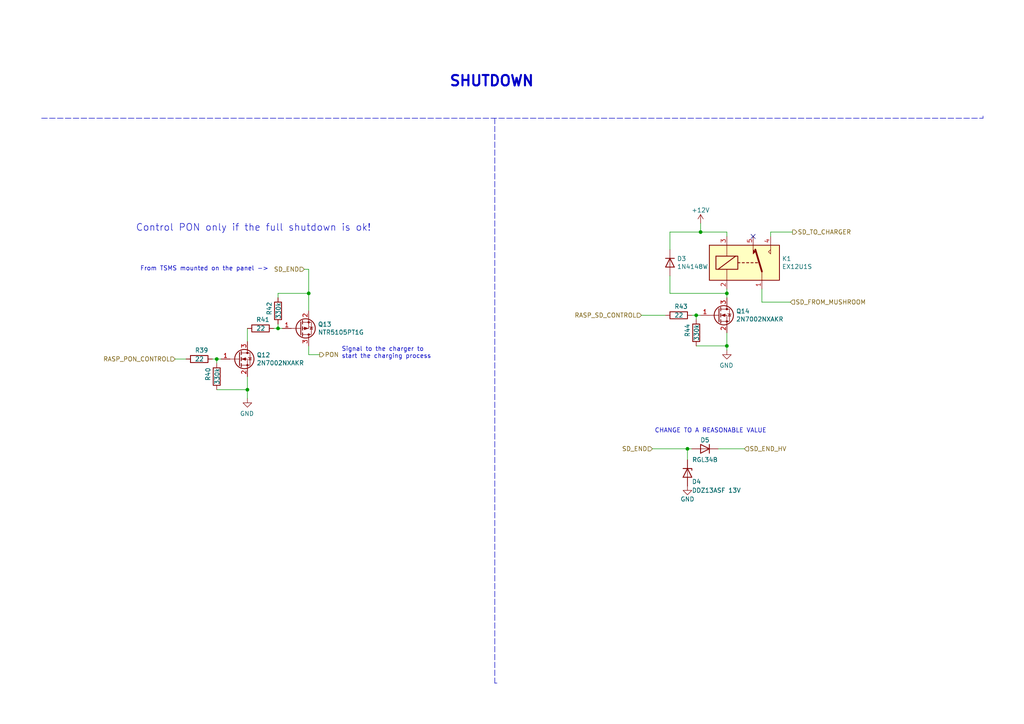
<source format=kicad_sch>
(kicad_sch (version 20211123) (generator eeschema)
  (paper "A4")
  (lib_symbols
    (symbol "Device:D" (pin_numbers hide) (pin_names (offset 1.016) hide)
      (property "Reference" "D" (at 0 2.54 0))
      (property "Value" "D" (at 0 -2.54 0))
      (symbol "D_0_1"
        (polyline (pts (xy -1.27 1.27) (xy -1.27 -1.27)) (stroke (width 0.254)))
        (polyline (pts (xy 1.27 0) (xy -1.27 0)))
        (polyline (pts (xy 1.27 1.27) (xy 1.27 -1.27) (xy -1.27 0) (xy 1.27 1.27)) (stroke (width 0.254)))
      )
      (symbol "D_1_1"
        (pin passive line (at -3.81 0 0) (length 2.54) (name "K") (number "1"))
        (pin passive line (at 3.81 0 180) (length 2.54) (name "A") (number "2"))
      )
    )
    (symbol "Device:D_Zener" (pin_numbers hide) (pin_names (offset 1.016) hide)
      (property "Reference" "D" (at 0 2.54 0))
      (property "Value" "D_Zener" (at 0 -2.54 0))
      (symbol "D_Zener_0_1"
        (polyline (pts (xy 1.27 0) (xy -1.27 0)))
        (polyline (pts (xy -1.27 -1.27) (xy -1.27 1.27) (xy -0.762 1.27)) (stroke (width 0.254)))
        (polyline (pts (xy 1.27 -1.27) (xy 1.27 1.27) (xy -1.27 0) (xy 1.27 -1.27)) (stroke (width 0.254)))
      )
      (symbol "D_Zener_1_1"
        (pin passive line (at -3.81 0 0) (length 2.54) (name "K") (number "1"))
        (pin passive line (at 3.81 0 180) (length 2.54) (name "A") (number "2"))
      )
    )
    (symbol "Device:Q_PMOS_GSD" (pin_names (offset 0) hide)
      (property "Reference" "Q" (at 5.08 1.27 0))
      (property "Value" "Q_PMOS_GSD" (at 5.08 -1.27 0))
      (symbol "Q_PMOS_GSD_0_1"
        (polyline (pts (xy 0.254 0) (xy -2.54 0)))
        (polyline (pts (xy 0.254 1.905) (xy 0.254 -1.905)) (stroke (width 0.254)))
        (polyline (pts (xy 0.762 -1.27) (xy 0.762 -2.286)) (stroke (width 0.254)))
        (polyline (pts (xy 0.762 0.508) (xy 0.762 -0.508)) (stroke (width 0.254)))
        (polyline (pts (xy 0.762 2.286) (xy 0.762 1.27)) (stroke (width 0.254)))
        (polyline (pts (xy 2.54 2.54) (xy 2.54 1.778)))
        (polyline (pts (xy 2.54 -2.54) (xy 2.54 0) (xy 0.762 0)))
        (polyline (pts (xy 0.762 1.778) (xy 3.302 1.778) (xy 3.302 -1.778) (xy 0.762 -1.778)))
        (polyline (pts (xy 2.286 0) (xy 1.27 0.381) (xy 1.27 -0.381) (xy 2.286 0)) (fill (type outline)))
        (polyline (pts (xy 2.794 -0.508) (xy 2.921 -0.381) (xy 3.683 -0.381) (xy 3.81 -0.254)))
        (polyline (pts (xy 3.302 -0.381) (xy 2.921 0.254) (xy 3.683 0.254) (xy 3.302 -0.381)))
        (circle (center 1.651 0) (radius 2.794) (stroke (width 0.254)))
        (circle (center 2.54 -1.778) (radius 0.254) (fill (type outline)))
        (circle (center 2.54 1.778) (radius 0.254) (fill (type outline)))
      )
      (symbol "Q_PMOS_GSD_1_1"
        (pin input line (at -5.08 0 0) (length 2.54) (name "G") (number "1"))
        (pin passive line (at 2.54 -5.08 90) (length 2.54) (name "S") (number "2"))
        (pin passive line (at 2.54 5.08 270) (length 2.54) (name "D") (number "3"))
      )
    )
    (symbol "Device:R" (pin_numbers hide) (pin_names (offset 0))
      (property "Reference" "R" (at 2.032 0 90))
      (property "Value" "R" (at 0 0 90))
      (symbol "R_0_1"
        (rectangle (start -1.016 -2.54) (end 1.016 2.54) (stroke (width 0.254)))
      )
      (symbol "R_1_1"
        (pin passive line (at 0 3.81 270) (length 1.27) (name "~") (number "1"))
        (pin passive line (at 0 -3.81 90) (length 1.27) (name "~") (number "2"))
      )
    )
    (symbol "Diode:1N4148W" (pin_numbers hide) (pin_names hide)
      (property "Reference" "D" (at 0 2.54 0))
      (property "Value" "1N4148W" (at 0 -2.54 0))
      (symbol "1N4148W_0_1"
        (polyline (pts (xy -1.27 1.27) (xy -1.27 -1.27)) (stroke (width 0.254)))
        (polyline (pts (xy 1.27 0) (xy -1.27 0)))
        (polyline (pts (xy 1.27 1.27) (xy 1.27 -1.27) (xy -1.27 0) (xy 1.27 1.27)) (stroke (width 0.254)))
      )
      (symbol "1N4148W_1_1"
        (pin passive line (at -3.81 0 0) (length 2.54) (name "K") (number "1"))
        (pin passive line (at 3.81 0 180) (length 2.54) (name "A") (number "2"))
      )
    )
    (symbol "Eagle_Main:EX12U1S"
      (property "Reference" "K" (at 11.43 3.81 0))
      (property "Value" "EX12U1S" (at 11.43 1.27 0))
      (symbol "EX12U1S_0_0"
        (polyline (pts (xy -2.54 1.905) (xy -7.62 -1.905)) (stroke (width 0.254)))
      )
      (symbol "EX12U1S_0_1"
        (rectangle (start -10.16 5.08) (end 10.16 -5.08) (stroke (width 0.254)) (fill (type background)))
        (rectangle (start -8.255 1.905) (end -1.905 -1.905) (stroke (width 0.254)))
        (polyline (pts (xy -5.08 -5.08) (xy -5.08 -1.905)))
        (polyline (pts (xy -5.08 5.08) (xy -5.08 1.905)))
        (polyline (pts (xy -1.905 0) (xy -1.27 0)) (stroke (width 0.254)))
        (polyline (pts (xy -0.635 0) (xy 0 0)) (stroke (width 0.254)))
        (polyline (pts (xy 0.635 0) (xy 1.27 0)) (stroke (width 0.254)))
        (polyline (pts (xy 1.905 0) (xy 2.54 0)) (stroke (width 0.254)))
        (polyline (pts (xy 3.175 0) (xy 3.81 0)) (stroke (width 0.254)))
        (polyline (pts (xy 5.08 -2.54) (xy 3.175 3.81)) (stroke (width 0.508)))
        (polyline (pts (xy 5.08 -2.54) (xy 5.08 -5.08)))
        (polyline (pts (xy 2.54 5.08) (xy 2.54 2.54) (xy 3.175 3.175) (xy 2.54 3.81)) (fill (type outline)))
        (polyline (pts (xy 7.62 5.08) (xy 7.62 2.54) (xy 6.985 3.175) (xy 7.62 3.81)))
      )
      (symbol "EX12U1S_1_1"
        (pin passive line (at 5.08 -7.62 90) (length 2.54) (name "~") (number "1"))
        (pin passive line (at -5.08 -7.62 90) (length 2.54) (name "~") (number "2"))
        (pin passive line (at -5.08 7.62 270) (length 2.54) (name "~") (number "3"))
        (pin passive line (at 7.62 7.62 270) (length 2.54) (name "~") (number "4"))
        (pin passive line (at 2.54 7.62 270) (length 2.54) (name "~") (number "5"))
      )
    )
    (symbol "Transistor_FET:2N7002" (pin_names hide)
      (property "Reference" "Q" (at 5.08 1.905 0))
      (property "Value" "2N7002" (at 5.08 0 0))
      (symbol "2N7002_0_1"
        (polyline (pts (xy 0.254 0) (xy -2.54 0)))
        (polyline (pts (xy 0.254 1.905) (xy 0.254 -1.905)) (stroke (width 0.254)))
        (polyline (pts (xy 0.762 -1.27) (xy 0.762 -2.286)) (stroke (width 0.254)))
        (polyline (pts (xy 0.762 0.508) (xy 0.762 -0.508)) (stroke (width 0.254)))
        (polyline (pts (xy 0.762 2.286) (xy 0.762 1.27)) (stroke (width 0.254)))
        (polyline (pts (xy 2.54 2.54) (xy 2.54 1.778)))
        (polyline (pts (xy 2.54 -2.54) (xy 2.54 0) (xy 0.762 0)))
        (polyline (pts (xy 0.762 -1.778) (xy 3.302 -1.778) (xy 3.302 1.778) (xy 0.762 1.778)))
        (polyline (pts (xy 1.016 0) (xy 2.032 0.381) (xy 2.032 -0.381) (xy 1.016 0)) (fill (type outline)))
        (polyline (pts (xy 2.794 0.508) (xy 2.921 0.381) (xy 3.683 0.381) (xy 3.81 0.254)))
        (polyline (pts (xy 3.302 0.381) (xy 2.921 -0.254) (xy 3.683 -0.254) (xy 3.302 0.381)))
        (circle (center 1.651 0) (radius 2.794) (stroke (width 0.254)))
        (circle (center 2.54 -1.778) (radius 0.254) (fill (type outline)))
        (circle (center 2.54 1.778) (radius 0.254) (fill (type outline)))
      )
      (symbol "2N7002_1_1"
        (pin input line (at -5.08 0 0) (length 2.54) (name "G") (number "1"))
        (pin passive line (at 2.54 -5.08 90) (length 2.54) (name "S") (number "2"))
        (pin passive line (at 2.54 5.08 270) (length 2.54) (name "D") (number "3"))
      )
    )
    (symbol "power:+12V" (power) (pin_names (offset 0))
      (property "Value" "+12V" (at 0 3.556 0))
      (symbol "+12V_0_1"
        (polyline (pts (xy -0.762 1.27) (xy 0 2.54)))
        (polyline (pts (xy 0 0) (xy 0 2.54)))
        (polyline (pts (xy 0 2.54) (xy 0.762 1.27)))
      )
      (symbol "+12V_1_1"
        (pin power_in line (at 0 0 90) (length 0) hide (name "+12V") (number "1"))
      )
    )
    (symbol "power:GND" (power) (pin_names (offset 0))
      (property "Value" "GND" (at 0 -3.81 0))
      (symbol "GND_0_1"
        (polyline (pts (xy 0 0) (xy 0 -1.27) (xy 1.27 -1.27) (xy 0 -2.54) (xy -1.27 -1.27) (xy 0 -1.27)))
      )
      (symbol "GND_1_1"
        (pin power_in line (at 0 0 270) (length 0) hide (name "GND") (number "1"))
      )
    )
  )
  (junction (at 203.2 67.31))
  (junction (at 71.755 113.03))
  (junction (at 210.82 85.09))
  (junction (at 210.82 100.33))
  (junction (at 199.39 130.175))
  (junction (at 201.93 91.44))
  (junction (at 80.645 95.25))
  (junction (at 62.865 104.14))
  (junction (at 89.535 85.09))
  (no_connect (at 218.44 68.58))
  (wire (pts (xy 80.645 93.98) (xy 80.645 95.25)))
  (wire (pts (xy 210.82 101.6) (xy 210.82 100.33)))
  (wire (pts (xy 71.755 113.03) (xy 71.755 109.22)))
  (wire (pts (xy 200.66 91.44) (xy 201.93 91.44)))
  (wire (pts (xy 62.865 105.41) (xy 62.865 104.14)))
  (wire (pts (xy 229.235 87.63) (xy 220.98 87.63)))
  (wire (pts (xy 88.265 78.105) (xy 89.535 78.105)))
  (wire (pts (xy 201.93 100.33) (xy 210.82 100.33)))
  (wire (pts (xy 89.535 102.87) (xy 92.71 102.87)))
  (wire (pts (xy 89.535 102.87) (xy 89.535 100.33)))
  (wire (pts (xy 80.645 85.09) (xy 89.535 85.09)))
  (wire (pts (xy 210.82 100.33) (xy 210.82 96.52)))
  (wire (pts (xy 89.535 85.09) (xy 89.535 90.17)))
  (wire (pts (xy 199.39 130.175) (xy 200.66 130.175)))
  (polyline (pts (xy 285.115 34.29) (xy 285.115 33.655)))
  (wire (pts (xy 208.28 130.175) (xy 215.9 130.175)))
  (wire (pts (xy 189.23 130.175) (xy 199.39 130.175)))
  (wire (pts (xy 199.39 133.35) (xy 199.39 130.175)))
  (wire (pts (xy 210.82 85.09) (xy 210.82 83.82)))
  (wire (pts (xy 62.865 113.03) (xy 71.755 113.03)))
  (wire (pts (xy 61.595 104.14) (xy 62.865 104.14)))
  (wire (pts (xy 71.755 99.06) (xy 71.755 95.25)))
  (wire (pts (xy 223.52 68.58) (xy 223.52 67.31)))
  (wire (pts (xy 220.98 87.63) (xy 220.98 83.82)))
  (polyline (pts (xy 12.065 34.29) (xy 285.115 34.29)))
  (wire (pts (xy 203.2 64.77) (xy 203.2 67.31)))
  (polyline (pts (xy 143.51 198.12) (xy 144.145 198.12)))
  (wire (pts (xy 210.82 67.31) (xy 210.82 68.58)))
  (wire (pts (xy 194.31 72.39) (xy 194.31 67.31)))
  (wire (pts (xy 50.8 104.14) (xy 53.975 104.14)))
  (wire (pts (xy 79.375 95.25) (xy 80.645 95.25)))
  (wire (pts (xy 203.2 67.31) (xy 210.82 67.31)))
  (wire (pts (xy 71.755 115.57) (xy 71.755 113.03)))
  (wire (pts (xy 80.645 86.36) (xy 80.645 85.09)))
  (wire (pts (xy 210.82 86.36) (xy 210.82 85.09)))
  (wire (pts (xy 89.535 78.105) (xy 89.535 85.09)))
  (wire (pts (xy 62.865 104.14) (xy 64.135 104.14)))
  (wire (pts (xy 201.93 91.44) (xy 203.2 91.44)))
  (wire (pts (xy 223.52 67.31) (xy 229.87 67.31)))
  (wire (pts (xy 186.055 91.44) (xy 193.04 91.44)))
  (polyline (pts (xy 143.51 34.29) (xy 143.51 198.12)))
  (wire (pts (xy 194.31 67.31) (xy 203.2 67.31)))
  (wire (pts (xy 194.31 80.01) (xy 194.31 85.09)))
  (wire (pts (xy 201.93 92.71) (xy 201.93 91.44)))
  (wire (pts (xy 194.31 85.09) (xy 210.82 85.09)))
  (wire (pts (xy 80.645 95.25) (xy 81.915 95.25)))
  (text "Signal to the charger to \nstart the charging process" (at 99.06 104.14 0) (effects (font (size 1.27 1.27)) (justify left bottom)))
  (text "From TSMS mounted on the panel ->" (at 40.64 78.74 0) (effects (font (size 1.27 1.27)) (justify left bottom)))
  (text "SHUTDOWN" (at 130.175 25.4 0) (effects (font (size 2.9972 2.9972) (thickness 0.5994) bold) (justify left bottom)))
  (text "Control PON only if the full shutdown is ok!\n" (at 39.37 67.31 0) (effects (font (size 2 2)) (justify left bottom)))
  (text "CHANGE TO A REASONABLE VALUE" (at 189.865 125.73 0) (effects (font (size 1.27 1.27)) (justify left bottom)))
  (hierarchical_label "PON" (shape output) (at 92.71 102.87 0))
  (hierarchical_label "SD_END_HV" (shape input) (at 215.9 130.175 0))
  (hierarchical_label "RASP_SD_CONTROL" (shape input) (at 186.055 91.44 180))
  (hierarchical_label "SD_END" (shape input) (at 189.23 130.175 180))
  (hierarchical_label "SD_FROM_MUSHROOM" (shape input) (at 229.235 87.63 0))
  (hierarchical_label "RASP_PON_CONTROL" (shape input) (at 50.8 104.14 180))
  (hierarchical_label "SD_TO_CHARGER" (shape output) (at 229.87 67.31 0))
  (hierarchical_label "SD_END" (shape input) (at 88.265 78.105 180))
  (symbol (lib_id "Device:D") (at 204.47 130.175 180) (unit 1)
    (property "Reference" "D5" (at 204.47 127.635 0))
    (property "Value" "RGL34B" (at 204.47 133.35 0))
    (property "Footprint" "Diode_SMD:D_MiniMELF" (effects hide))
  )
  (symbol (lib_id "Eagle_Main:EX12U1S") (at 215.9 76.2 0) (unit 1)
    (property "Reference" "K1" (at 226.822 75.0316 0) (effects (justify left)))
    (property "Value" "EX12U1S" (at 226.822 77.343 0) (effects (justify left)))
    (property "Footprint" "Eagle_Main:EX12U1S" (effects hide))
    (property "Datasheet" "https://www.mouser.it/datasheet/2/212/1/relay_ex1_ex2_e-844962.pdf" (effects hide))
  )
  (symbol (lib_id "Device:R") (at 62.865 109.22 0) (unit 1)
    (property "Reference" "R40" (at 60.325 110.49 90) (effects (justify left)))
    (property "Value" "330k" (at 62.9619 111.6138 90) (effects (justify left)))
    (property "Footprint" "Resistor_SMD:R_0603_1608Metric" (effects hide))
  )
  (symbol (lib_id "power:GND") (at 71.755 115.57 0) (mirror y) (unit 1)
    (property "Reference" "#PWR0181" (effects hide))
    (property "Value" "GND" (at 71.628 119.9642 0))
  )
  (symbol (lib_id "Device:R") (at 196.85 91.44 270) (unit 1)
    (property "Reference" "R43" (at 195.58 88.9 90) (effects (justify left)))
    (property "Value" "22" (at 195.58 91.44 90) (effects (justify left)))
    (property "Footprint" "Resistor_SMD:R_0603_1608Metric" (effects hide))
  )
  (symbol (lib_id "Device:R") (at 80.645 90.17 0) (unit 1)
    (property "Reference" "R42" (at 78.105 91.44 90) (effects (justify left)))
    (property "Value" "330k" (at 80.7419 92.5638 90) (effects (justify left)))
    (property "Footprint" "Resistor_SMD:R_0603_1608Metric" (effects hide))
  )
  (symbol (lib_id "power:GND") (at 210.82 101.6 0) (mirror y) (unit 1)
    (property "Reference" "#PWR0184" (effects hide))
    (property "Value" "GND" (at 210.693 105.9942 0))
  )
  (symbol (lib_id "Device:R") (at 75.565 95.25 270) (unit 1)
    (property "Reference" "R41" (at 74.295 92.71 90) (effects (justify left)))
    (property "Value" "22" (at 74.295 95.25 90) (effects (justify left)))
    (property "Footprint" "Resistor_SMD:R_0603_1608Metric" (effects hide))
  )
  (symbol (lib_id "power:GND") (at 199.39 140.97 0) (mirror y) (unit 1)
    (property "Reference" "#PWR0183" (effects hide))
    (property "Value" "GND" (at 199.39 144.78 0))
  )
  (symbol (lib_id "Transistor_FET:2N7002") (at 208.28 91.44 0) (unit 1)
    (property "Reference" "Q14" (at 213.487 90.2716 0) (effects (justify left)))
    (property "Value" "2N7002NXAKR" (at 213.487 92.583 0) (effects (justify left)))
    (property "Footprint" "Package_TO_SOT_SMD:SOT-23" (effects hide))
    (property "Datasheet" "https://www.onsemi.com/pub/Collateral/NDS7002A-D.PDF" (effects hide))
  )
  (symbol (lib_id "Transistor_FET:2N7002") (at 69.215 104.14 0) (unit 1)
    (property "Reference" "Q12" (at 74.422 102.9716 0) (effects (justify left)))
    (property "Value" "2N7002NXAKR" (at 74.422 105.283 0) (effects (justify left)))
    (property "Footprint" "Package_TO_SOT_SMD:SOT-23" (effects hide))
    (property "Datasheet" "https://www.onsemi.com/pub/Collateral/NDS7002A-D.PDF" (effects hide))
  )
  (symbol (lib_id "Device:Q_PMOS_GSD") (at 86.995 95.25 0) (mirror x) (unit 1)
    (property "Reference" "Q13" (at 92.202 94.0816 0) (effects (justify left)))
    (property "Value" "NTR5105PT1G" (at 92.202 96.393 0) (effects (justify left)))
    (property "Footprint" "Package_TO_SOT_SMD:SOT-23" (effects hide))
  )
  (symbol (lib_id "Device:D_Zener") (at 199.39 137.16 270) (unit 1)
    (property "Reference" "D4" (at 200.66 139.7 90) (effects (justify left)))
    (property "Value" "DDZ13ASF 13V" (at 200.66 142.24 90) (effects (justify left)))
    (property "Footprint" "Diode_SMD:D_SOD-323F" (effects hide))
  )
  (symbol (lib_id "Device:R") (at 57.785 104.14 270) (unit 1)
    (property "Reference" "R39" (at 56.515 101.6 90) (effects (justify left)))
    (property "Value" "22" (at 56.515 104.14 90) (effects (justify left)))
    (property "Footprint" "Resistor_SMD:R_0603_1608Metric" (effects hide))
  )
  (symbol (lib_id "Device:R") (at 201.93 96.52 0) (unit 1)
    (property "Reference" "R44" (at 199.39 97.79 90) (effects (justify left)))
    (property "Value" "330k" (at 202.0269 98.9138 90) (effects (justify left)))
    (property "Footprint" "Resistor_SMD:R_0603_1608Metric" (effects hide))
  )
  (symbol (lib_id "Diode:1N4148W") (at 194.31 76.2 270) (unit 1)
    (property "Reference" "D3" (at 196.342 75.0316 90) (effects (justify left)))
    (property "Value" "1N4148W" (at 196.342 77.343 90) (effects (justify left)))
    (property "Footprint" "Diode_SMD:D_SOD-123" (effects hide))
    (property "Datasheet" "https://www.vishay.com/docs/85748/1n4148w.pdf" (effects hide))
  )
  (symbol (lib_id "power:+12V") (at 203.2 64.77 0) (unit 1)
    (property "Reference" "#PWR0182" (effects hide))
    (property "Value" "+12V" (at 203.2 60.96 0))
  )
)
</source>
